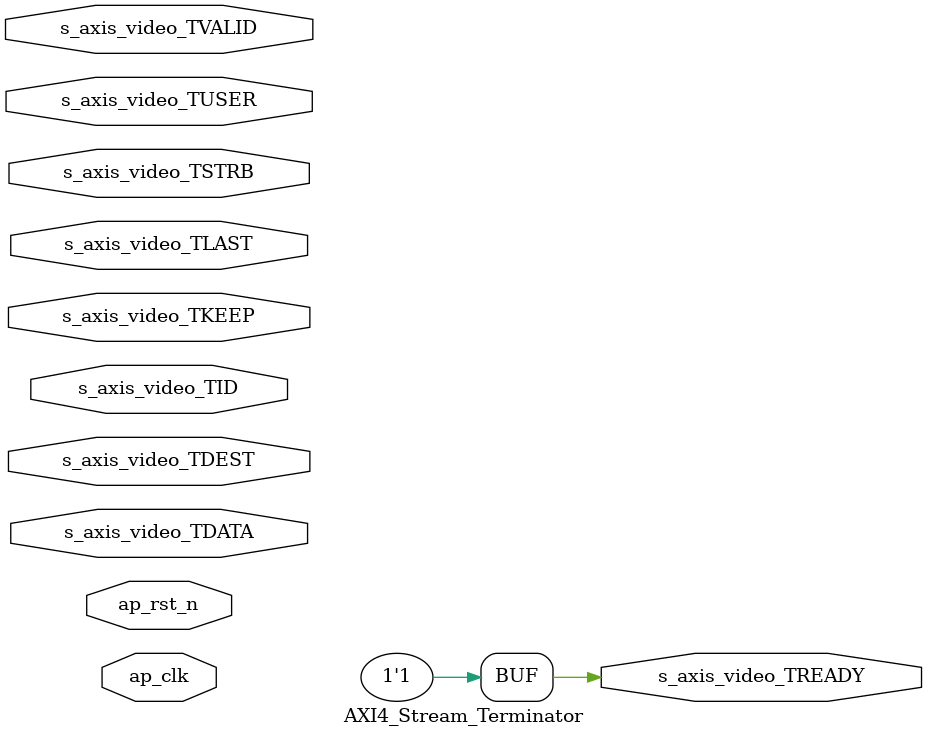
<source format=v>

module AXI4_Stream_Terminator #
(
    parameter NUM_VIDEO_COMPONENTS = 3,
    parameter SAMPLES_PER_CLOCK = 1,
    parameter MAXIMUM_DATA_WIDTH = 8
)
(
    ap_clk,
    ap_rst_n,
    s_axis_video_TDATA,
    s_axis_video_TVALID,
    s_axis_video_TREADY,
    s_axis_video_TKEEP,
    s_axis_video_TSTRB,
    s_axis_video_TUSER,
    s_axis_video_TLAST,
    s_axis_video_TID,
    s_axis_video_TDEST
);

parameter  S_AXIS_BYTES = ((SAMPLES_PER_CLOCK*MAXIMUM_DATA_WIDTH*NUM_VIDEO_COMPONENTS+7)/8);
parameter  S_AXIS_WIDTH = ((SAMPLES_PER_CLOCK*MAXIMUM_DATA_WIDTH*NUM_VIDEO_COMPONENTS+7)/8)*8;

input   ap_clk;
input   ap_rst_n;

input  [S_AXIS_WIDTH -1:0] s_axis_video_TDATA;
input   s_axis_video_TVALID;
output   s_axis_video_TREADY;
input  [S_AXIS_BYTES -1:0] s_axis_video_TKEEP;
input  [S_AXIS_BYTES -1:0] s_axis_video_TSTRB;
input  [0:0] s_axis_video_TUSER;
input  [0:0] s_axis_video_TLAST;
input  [0:0] s_axis_video_TID;
input  [0:0] s_axis_video_TDEST;

assign  s_axis_video_TREADY=1'b1;

endmodule

</source>
